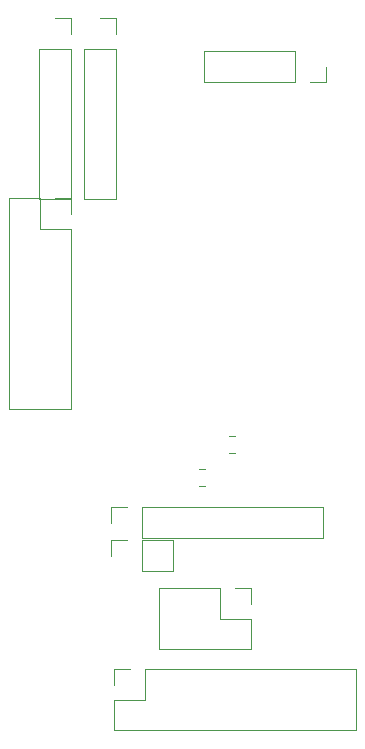
<source format=gbr>
%TF.GenerationSoftware,KiCad,Pcbnew,(5.1.7)-1*%
%TF.CreationDate,2023-05-20T09:23:02-06:00*%
%TF.ProjectId,AMPE32T30,414d5045-3332-4543-9330-2e6b69636164,rev?*%
%TF.SameCoordinates,PX76efc10PY4eb9cf0*%
%TF.FileFunction,Legend,Top*%
%TF.FilePolarity,Positive*%
%FSLAX46Y46*%
G04 Gerber Fmt 4.6, Leading zero omitted, Abs format (unit mm)*
G04 Created by KiCad (PCBNEW (5.1.7)-1) date 2023-05-20 09:23:02*
%MOMM*%
%LPD*%
G01*
G04 APERTURE LIST*
%ADD10C,0.120000*%
G04 APERTURE END LIST*
D10*
%TO.C,J3*%
X6798000Y60960000D02*
X9458000Y60960000D01*
X6798000Y60960000D02*
X6798000Y48200000D01*
X6798000Y48200000D02*
X9458000Y48200000D01*
X9458000Y60960000D02*
X9458000Y48200000D01*
X9458000Y63560000D02*
X9458000Y62230000D01*
X8128000Y63560000D02*
X9458000Y63560000D01*
%TO.C,J1*%
X2988000Y60960000D02*
X5648000Y60960000D01*
X2988000Y60960000D02*
X2988000Y48200000D01*
X2988000Y48200000D02*
X5648000Y48200000D01*
X5648000Y60960000D02*
X5648000Y48200000D01*
X5648000Y63560000D02*
X5648000Y62230000D01*
X4318000Y63560000D02*
X5648000Y63560000D01*
%TO.C,J5*%
X9338000Y7112000D02*
X9338000Y8442000D01*
X9338000Y8442000D02*
X10668000Y8442000D01*
X9338000Y5842000D02*
X11938000Y5842000D01*
X11938000Y5842000D02*
X11938000Y8442000D01*
X11938000Y8442000D02*
X29778000Y8442000D01*
X29778000Y3242000D02*
X29778000Y8442000D01*
X9338000Y3242000D02*
X29778000Y3242000D01*
X9338000Y3242000D02*
X9338000Y5842000D01*
%TO.C,MP*%
X24638000Y60766000D02*
X24638000Y58106000D01*
X24638000Y60766000D02*
X16958000Y60766000D01*
X16958000Y60766000D02*
X16958000Y58106000D01*
X24638000Y58106000D02*
X16958000Y58106000D01*
X27238000Y58106000D02*
X25908000Y58106000D01*
X27238000Y59436000D02*
X27238000Y58106000D01*
%TO.C,R1*%
X16991064Y23903000D02*
X16536936Y23903000D01*
X16991064Y25373000D02*
X16536936Y25373000D01*
%TO.C,R2*%
X19531064Y26697000D02*
X19076936Y26697000D01*
X19531064Y28167000D02*
X19076936Y28167000D01*
%TO.C,J6*%
X9084000Y18034000D02*
X9084000Y19364000D01*
X9084000Y19364000D02*
X10414000Y19364000D01*
X11684000Y19364000D02*
X14284000Y19364000D01*
X14284000Y16704000D02*
X14284000Y19364000D01*
X11684000Y16704000D02*
X14284000Y16704000D01*
X11684000Y16704000D02*
X11684000Y19364000D01*
%TO.C,J7*%
X4318000Y48320000D02*
X5648000Y48320000D01*
X5648000Y48320000D02*
X5648000Y46990000D01*
X3048000Y48320000D02*
X3048000Y45720000D01*
X3048000Y45720000D02*
X5648000Y45720000D01*
X5648000Y45720000D02*
X5648000Y30420000D01*
X448000Y30420000D02*
X5648000Y30420000D01*
X448000Y48320000D02*
X448000Y30420000D01*
X448000Y48320000D02*
X3048000Y48320000D01*
%TO.C,J2*%
X13148000Y15300000D02*
X13148000Y10100000D01*
X18288000Y15300000D02*
X13148000Y15300000D01*
X20888000Y10100000D02*
X13148000Y10100000D01*
X18288000Y15300000D02*
X18288000Y12700000D01*
X18288000Y12700000D02*
X20888000Y12700000D01*
X20888000Y12700000D02*
X20888000Y10100000D01*
X19558000Y15300000D02*
X20888000Y15300000D01*
X20888000Y15300000D02*
X20888000Y13970000D01*
%TO.C,J4*%
X11684000Y19498000D02*
X11684000Y22158000D01*
X11684000Y19498000D02*
X26984000Y19498000D01*
X26984000Y19498000D02*
X26984000Y22158000D01*
X11684000Y22158000D02*
X26984000Y22158000D01*
X9084000Y22158000D02*
X10414000Y22158000D01*
X9084000Y20828000D02*
X9084000Y22158000D01*
%TD*%
M02*

</source>
